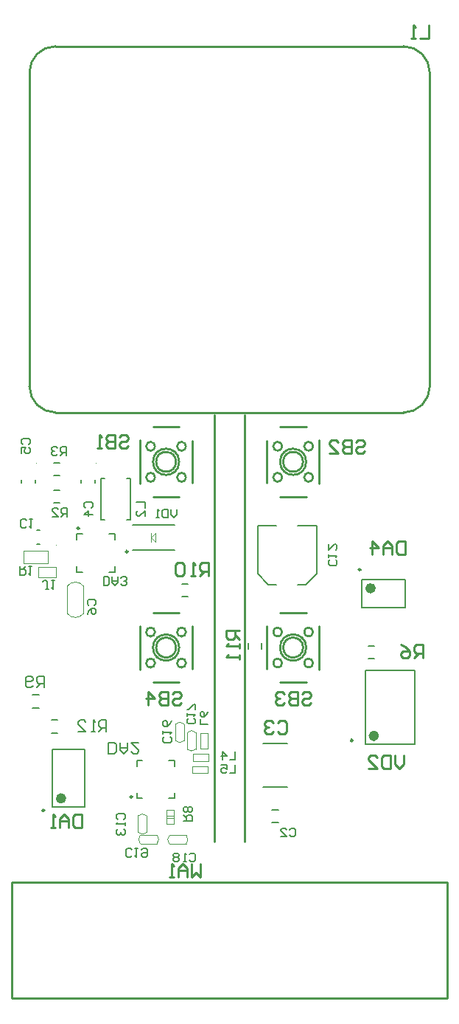
<source format=gbo>
G04*
G04 #@! TF.GenerationSoftware,Altium Limited,Altium Designer,23.1.1 (15)*
G04*
G04 Layer_Color=32896*
%FSLAX44Y44*%
%MOMM*%
G71*
G04*
G04 #@! TF.SameCoordinates,4FD7E483-A0BE-4EFF-918D-63B1A9DD4886*
G04*
G04*
G04 #@! TF.FilePolarity,Positive*
G04*
G01*
G75*
%ADD10C,0.1000*%
%ADD11C,0.0600*%
%ADD12C,0.2500*%
%ADD13C,0.2000*%
%ADD14C,0.0400*%
%ADD15C,0.2560*%
%ADD17C,0.2540*%
%ADD18C,0.1500*%
%ADD114C,0.6000*%
%ADD115C,0.0300*%
D10*
X51250Y519750D02*
G03*
X51250Y519750I-500J0D01*
G01*
X97250Y614000D02*
G03*
X97250Y614000I-500J0D01*
G01*
X28250Y614000D02*
G03*
X28250Y614000I-500J0D01*
G01*
D11*
X144750Y190500D02*
G03*
X154750Y190500I5000J4700D01*
G01*
X154750Y209500D02*
G03*
X144750Y209500I-5000J-4700D01*
G01*
X187750Y295750D02*
G03*
X197750Y295750I5000J4700D01*
G01*
X197750Y314750D02*
G03*
X187750Y314750I-5000J-4700D01*
G01*
X211250Y305000D02*
G03*
X201250Y305000I-5000J-4700D01*
G01*
X201250Y286000D02*
G03*
X211250Y286000I5000J4700D01*
G01*
X200000Y177250D02*
G03*
X200000Y187250I-4700J5000D01*
G01*
X181000Y187250D02*
G03*
X181000Y177250I4700J-5000D01*
G01*
X166500Y177500D02*
G03*
X166500Y187500I-4700J5000D01*
G01*
X147500Y187500D02*
G03*
X147500Y177500I4700J-5000D01*
G01*
X63250Y441750D02*
G03*
X82250Y441750I9500J7000D01*
G01*
Y472750D02*
G03*
X63250Y472750I-9500J-7000D01*
G01*
X154750Y190500D02*
Y209500D01*
X144750Y190500D02*
Y209500D01*
X197750Y295750D02*
Y314750D01*
X187750D02*
X187750Y295750D01*
X201250Y286000D02*
Y305000D01*
X211250Y305000D02*
X211250Y286000D01*
X181000Y187250D02*
X200000D01*
X181000Y177250D02*
X200000D01*
X147500Y187500D02*
X166500D01*
X147500Y177500D02*
X166500D01*
X63250Y441750D02*
Y472750D01*
X82250Y441750D02*
X82250Y472750D01*
D12*
X391500Y296000D02*
G03*
X391500Y296000I-1250J0D01*
G01*
X138250Y231250D02*
G03*
X138250Y231250I-1250J0D01*
G01*
X37250Y215750D02*
G03*
X37250Y215750I-1250J0D01*
G01*
X77250Y539250D02*
G03*
X77250Y539250I-1250J0D01*
G01*
X133250Y512500D02*
G03*
X133250Y512500I-1250J0D01*
G01*
X400700Y491750D02*
G03*
X400700Y491750I-1250J0D01*
G01*
D13*
X405750Y376250D02*
X462750D01*
X405750Y291250D02*
X462750D01*
Y376250D01*
X405750Y291250D02*
Y376250D01*
X45500Y304500D02*
X52500D01*
X45500Y319500D02*
X52500D01*
X195250Y475750D02*
X202250D01*
X195250Y460750D02*
X202250D01*
X28250Y521000D02*
X31750Y521000D01*
X28250Y537000D02*
X31750D01*
X143500Y229750D02*
Y236000D01*
Y229750D02*
X149750D01*
X180250Y229750D02*
X186500Y229750D01*
X186500Y236000D01*
X186500Y266500D02*
Y272750D01*
X180250Y272750D02*
X186500Y272750D01*
X143500Y266500D02*
Y272750D01*
X149750D01*
X46250Y219500D02*
Y285500D01*
X83250Y219500D02*
Y285500D01*
X46250Y219500D02*
X83250D01*
X46250Y285500D02*
X83250D01*
X74500Y532750D02*
X81250Y532750D01*
X74500Y526000D02*
Y532750D01*
Y488750D02*
Y495500D01*
Y488750D02*
X81250D01*
X111750D02*
X118500D01*
Y495500D01*
X111750Y532750D02*
X118500D01*
Y526000D02*
Y532750D01*
X95500Y591500D02*
Y595000D01*
X79500D02*
X79500Y591500D01*
X102250Y596750D02*
X106750D01*
X102250Y548750D02*
X106750D01*
X131750Y596750D02*
X136250D01*
X131750Y548750D02*
X136250D01*
X102250D02*
Y596750D01*
X136250Y548750D02*
Y596750D01*
X26500Y591500D02*
X26500Y595000D01*
X10500Y591500D02*
Y595000D01*
X48000Y614500D02*
X55000D01*
X48000Y599500D02*
X55000D01*
X47750Y583250D02*
X54750Y583250D01*
X47750Y568250D02*
X54750Y568250D01*
X138500Y514000D02*
X186500D01*
X138500Y543000D02*
X186500D01*
X282250Y486875D02*
Y542500D01*
X304000Y542500D01*
X328500D02*
X350250D01*
X350250Y486875D02*
X350250Y542500D01*
X294625Y474500D02*
X304000D01*
X282250Y486875D02*
X294625Y474500D01*
X337875D02*
X350250Y486875D01*
X328500Y474500D02*
X337875D01*
X409250Y389500D02*
X416250D01*
X409250Y404500D02*
X416250D01*
X452000Y448500D02*
Y480500D01*
X402000Y448500D02*
Y480500D01*
Y448500D02*
X452000D01*
X402000Y480500D02*
X452000D01*
X288250Y242750D02*
X316250Y242750D01*
X288250Y292750D02*
X316250Y292750D01*
X298250Y201500D02*
X306250D01*
X298250Y216500D02*
X306250D01*
X23750Y348500D02*
X30750D01*
X23750Y333500D02*
X30750D01*
X271750Y400500D02*
Y407500D01*
X286750Y400500D02*
Y407500D01*
D14*
X207250Y258250D02*
X207250Y266500D01*
X225000Y258250D02*
Y266500D01*
X207250Y258250D02*
X225000D01*
X207250Y266500D02*
X225000D01*
X207750Y272500D02*
X225500D01*
X207750Y280750D02*
X225500D01*
X207750Y272500D02*
Y280750D01*
X225500Y272500D02*
Y280750D01*
X225000Y304000D02*
X225000Y286250D01*
X216750D02*
Y304000D01*
Y286250D02*
X225000D01*
X216750Y304000D02*
X225000D01*
X30250Y483250D02*
X50750D01*
Y495250D01*
X30250Y495250D02*
X50750Y495250D01*
X30250Y483250D02*
Y495250D01*
X159500Y528500D02*
X164500Y533500D01*
Y523500D02*
Y533500D01*
X159500Y528500D02*
X164500Y523500D01*
X159500Y523250D02*
Y533750D01*
X41500Y499250D02*
Y513250D01*
X13500Y499250D02*
X41500D01*
X13500D02*
X13500Y513250D01*
X41500Y513250D01*
D15*
X267500Y179500D02*
Y669500D01*
X232500Y179500D02*
Y669500D01*
D17*
X199860Y633290D02*
G03*
X199860Y633290I-5080J0D01*
G01*
X164300Y597710D02*
G03*
X164300Y597710I-5080J0D01*
G01*
Y633290D02*
G03*
X164300Y633290I-5080J0D01*
G01*
X199860Y597710D02*
G03*
X199860Y597710I-5080J0D01*
G01*
X192010Y615500D02*
G03*
X192010Y615500I-15010J0D01*
G01*
X188430D02*
G03*
X188430Y615500I-11430J0D01*
G01*
X334430D02*
G03*
X334430Y615500I-11430J0D01*
G01*
X338010D02*
G03*
X338010Y615500I-15010J0D01*
G01*
X310300Y633290D02*
G03*
X310300Y633290I-5080J0D01*
G01*
X345860Y597710D02*
G03*
X345860Y597710I-5080J0D01*
G01*
Y633290D02*
G03*
X345860Y633290I-5080J0D01*
G01*
X310300Y597710D02*
G03*
X310300Y597710I-5080J0D01*
G01*
Y384710D02*
G03*
X310300Y384710I-5080J0D01*
G01*
X345860Y420290D02*
G03*
X345860Y420290I-5080J0D01*
G01*
Y384710D02*
G03*
X345860Y384710I-5080J0D01*
G01*
X310300Y420290D02*
G03*
X310300Y420290I-5080J0D01*
G01*
X338010Y402500D02*
G03*
X338010Y402500I-15010J0D01*
G01*
X334430D02*
G03*
X334430Y402500I-11430J0D01*
G01*
X199860Y420290D02*
G03*
X199860Y420290I-5080J0D01*
G01*
X164300Y384710D02*
G03*
X164300Y384710I-5080J0D01*
G01*
Y420290D02*
G03*
X164300Y420290I-5080J0D01*
G01*
X199860Y384710D02*
G03*
X199860Y384710I-5080J0D01*
G01*
X192010Y402500D02*
G03*
X192010Y402500I-15010J0D01*
G01*
X188430D02*
G03*
X188430Y402500I-11430J0D01*
G01*
X450000Y672000D02*
G03*
X480000Y702000I0J30000D01*
G01*
Y1062000D02*
G03*
X450000Y1092000I-30000J0D01*
G01*
X20000Y702000D02*
G03*
X50000Y672000I30000J0D01*
G01*
Y1092000D02*
G03*
X20000Y1062000I0J-30000D01*
G01*
X0Y0D02*
X500000D01*
X0Y133500D02*
X500000D01*
Y0D02*
Y133500D01*
X0Y0D02*
Y133500D01*
X162000Y575500D02*
X192000D01*
X162000Y655500D02*
X192000D01*
X207480Y591010D02*
Y640010D01*
X147000Y590500D02*
X147000Y640500D01*
X353000Y590500D02*
Y640500D01*
X292520Y590990D02*
X292520Y639990D01*
X308000Y575500D02*
X338000D01*
X308000Y655500D02*
X338000D01*
X308000Y442500D02*
X338000D01*
X308000Y362500D02*
X338000D01*
X292520Y377990D02*
X292520Y426990D01*
X353000Y377500D02*
Y427500D01*
X162000Y362500D02*
X192000D01*
X162000Y442500D02*
X192000D01*
X207480Y378010D02*
X207480Y427010D01*
X147000Y377500D02*
Y427500D01*
X480000Y702000D02*
Y1062000D01*
X20000Y702000D02*
Y1062000D01*
X50000Y1092000D02*
X450000D01*
X50000Y672000D02*
X450000D01*
X216662Y154173D02*
Y138938D01*
X211584Y144016D01*
X206505Y138938D01*
Y154173D01*
X201427Y138938D02*
Y149095D01*
X196349Y154173D01*
X191270Y149095D01*
Y138938D01*
Y146556D01*
X201427D01*
X186192Y138938D02*
X181113D01*
X183653D01*
Y154173D01*
X186192Y151634D01*
X395407Y637828D02*
X397946Y640368D01*
X403024D01*
X405563Y637828D01*
Y635289D01*
X403024Y632750D01*
X397946D01*
X395407Y630211D01*
Y627672D01*
X397946Y625132D01*
X403024D01*
X405563Y627672D01*
X390328Y640368D02*
Y625132D01*
X382711D01*
X380172Y627672D01*
Y630211D01*
X382711Y632750D01*
X390328D01*
X382711D01*
X380172Y635289D01*
Y637828D01*
X382711Y640368D01*
X390328D01*
X364937Y625132D02*
X375093D01*
X364937Y635289D01*
Y637828D01*
X367476Y640368D01*
X372554D01*
X375093Y637828D01*
X183907Y349078D02*
X186446Y351618D01*
X191524D01*
X194063Y349078D01*
Y346539D01*
X191524Y344000D01*
X186446D01*
X183907Y341461D01*
Y338922D01*
X186446Y336382D01*
X191524D01*
X194063Y338922D01*
X178828Y351618D02*
Y336382D01*
X171211D01*
X168672Y338922D01*
Y341461D01*
X171211Y344000D01*
X178828D01*
X171211D01*
X168672Y346539D01*
Y349078D01*
X171211Y351618D01*
X178828D01*
X155976Y336382D02*
Y351618D01*
X163593Y344000D01*
X153436D01*
X332907Y349078D02*
X335446Y351618D01*
X340524D01*
X343063Y349078D01*
Y346539D01*
X340524Y344000D01*
X335446D01*
X332907Y341461D01*
Y338922D01*
X335446Y336382D01*
X340524D01*
X343063Y338922D01*
X327828Y351618D02*
Y336382D01*
X320211D01*
X317672Y338922D01*
Y341461D01*
X320211Y344000D01*
X327828D01*
X320211D01*
X317672Y346539D01*
Y349078D01*
X320211Y351618D01*
X327828D01*
X312593Y349078D02*
X310054Y351618D01*
X304976D01*
X302437Y349078D01*
Y346539D01*
X304976Y344000D01*
X307515D01*
X304976D01*
X302437Y341461D01*
Y338922D01*
X304976Y336382D01*
X310054D01*
X312593Y338922D01*
X449813Y278617D02*
Y268461D01*
X444735Y263382D01*
X439657Y268461D01*
Y278617D01*
X434578D02*
Y263382D01*
X426961D01*
X424422Y265922D01*
Y276078D01*
X426961Y278617D01*
X434578D01*
X409187Y263382D02*
X419343D01*
X409187Y273539D01*
Y276078D01*
X411726Y278617D01*
X416804D01*
X419343Y276078D01*
X123617Y644078D02*
X126157Y646618D01*
X131235D01*
X133774Y644078D01*
Y641539D01*
X131235Y639000D01*
X126157D01*
X123617Y636461D01*
Y633922D01*
X126157Y631382D01*
X131235D01*
X133774Y633922D01*
X118539Y646618D02*
Y631382D01*
X110922D01*
X108382Y633922D01*
Y636461D01*
X110922Y639000D01*
X118539D01*
X110922D01*
X108382Y641539D01*
Y644078D01*
X110922Y646618D01*
X118539D01*
X103304Y631382D02*
X98226D01*
X100765D01*
Y646618D01*
X103304Y644078D01*
X261367Y422005D02*
X246132D01*
Y414387D01*
X248672Y411848D01*
X253750D01*
X256289Y414387D01*
Y422005D01*
Y416926D02*
X261367Y411848D01*
Y406770D02*
Y401691D01*
Y404230D01*
X246132D01*
X248672Y406770D01*
X261367Y394074D02*
Y388995D01*
Y391535D01*
X246132D01*
X248672Y394074D01*
X225544Y484383D02*
Y499618D01*
X217926D01*
X215387Y497078D01*
Y492000D01*
X217926Y489461D01*
X225544D01*
X220466D02*
X215387Y484383D01*
X210309D02*
X205230D01*
X207770D01*
Y499618D01*
X210309Y497078D01*
X197613D02*
X195074Y499618D01*
X189995D01*
X187456Y497078D01*
Y486922D01*
X189995Y484383D01*
X195074D01*
X197613Y486922D01*
Y497078D01*
X472446Y390633D02*
Y405868D01*
X464828D01*
X462289Y403328D01*
Y398250D01*
X464828Y395711D01*
X472446D01*
X467368D02*
X462289Y390633D01*
X447054Y405868D02*
X452132Y403328D01*
X457211Y398250D01*
Y393172D01*
X454672Y390633D01*
X449593D01*
X447054Y393172D01*
Y395711D01*
X449593Y398250D01*
X457211D01*
X478790Y1116071D02*
Y1100836D01*
X468633D01*
X463555D02*
X458477D01*
X461016D01*
Y1116071D01*
X463555Y1113532D01*
X452120Y524505D02*
Y509270D01*
X444502D01*
X441963Y511809D01*
Y521966D01*
X444502Y524505D01*
X452120D01*
X436885Y509270D02*
Y519427D01*
X431807Y524505D01*
X426728Y519427D01*
Y509270D01*
Y516888D01*
X436885D01*
X414032Y509270D02*
Y524505D01*
X421650Y516888D01*
X411493D01*
X79774Y211367D02*
Y196133D01*
X72157D01*
X69618Y198672D01*
Y208828D01*
X72157Y211367D01*
X79774D01*
X64539Y196133D02*
Y206289D01*
X59461Y211367D01*
X54382Y206289D01*
Y196133D01*
Y203750D01*
X64539D01*
X49304Y196133D02*
X44226D01*
X46765D01*
Y211367D01*
X49304Y208828D01*
X305539Y316578D02*
X308078Y319118D01*
X313157D01*
X315696Y316578D01*
Y306422D01*
X313157Y303883D01*
X308078D01*
X305539Y306422D01*
X300461Y316578D02*
X297922Y319118D01*
X292843D01*
X290304Y316578D01*
Y314039D01*
X292843Y311500D01*
X295382D01*
X292843D01*
X290304Y308961D01*
Y306422D01*
X292843Y303883D01*
X297922D01*
X300461Y306422D01*
D18*
X189163Y561248D02*
Y554584D01*
X185831Y551252D01*
X182498Y554584D01*
Y561248D01*
X179166D02*
Y551252D01*
X174168D01*
X172502Y552918D01*
Y559582D01*
X174168Y561248D01*
X179166D01*
X169169Y551252D02*
X165837D01*
X167503D01*
Y561248D01*
X169169Y559582D01*
X108495Y306252D02*
Y319248D01*
X101997D01*
X99831Y317082D01*
Y312750D01*
X101997Y310584D01*
X108495D01*
X104163D02*
X99831Y306252D01*
X95499D02*
X91167D01*
X93333D01*
Y319248D01*
X95499Y317082D01*
X76005Y306252D02*
X84669D01*
X76005Y314916D01*
Y317082D01*
X78171Y319248D01*
X82503D01*
X84669Y317082D01*
X37080Y356752D02*
Y369748D01*
X30582D01*
X28416Y367582D01*
Y363250D01*
X30582Y361084D01*
X37080D01*
X32748D02*
X28416Y356752D01*
X24084Y358918D02*
X21918Y356752D01*
X17586D01*
X15420Y358918D01*
Y367582D01*
X17586Y369748D01*
X21918D01*
X24084Y367582D01*
Y365416D01*
X21918Y363250D01*
X15420D01*
X197002Y203419D02*
X206998D01*
Y208418D01*
X205332Y210084D01*
X202000D01*
X200334Y208418D01*
Y203419D01*
Y206751D02*
X197002Y210084D01*
X205332Y213416D02*
X206998Y215082D01*
Y218414D01*
X205332Y220081D01*
X203666D01*
X202000Y218414D01*
X200334Y220081D01*
X198668D01*
X197002Y218414D01*
Y215082D01*
X198668Y213416D01*
X200334D01*
X202000Y215082D01*
X203666Y213416D01*
X205332D01*
X202000Y215082D02*
Y218414D01*
X62081Y622502D02*
Y632498D01*
X57082D01*
X55416Y630832D01*
Y627500D01*
X57082Y625834D01*
X62081D01*
X58748D02*
X55416Y622502D01*
X52084Y630832D02*
X50418Y632498D01*
X47085D01*
X45419Y630832D01*
Y629166D01*
X47085Y627500D01*
X48752D01*
X47085D01*
X45419Y625834D01*
Y624168D01*
X47085Y622502D01*
X50418D01*
X52084Y624168D01*
X63331Y552502D02*
Y562498D01*
X58332D01*
X56666Y560832D01*
Y557500D01*
X58332Y555834D01*
X63331D01*
X59998D02*
X56666Y552502D01*
X46669D02*
X53334D01*
X46669Y559166D01*
Y560832D01*
X48335Y562498D01*
X51668D01*
X53334Y560832D01*
X9086Y495748D02*
Y485752D01*
X14084D01*
X15750Y487418D01*
Y490750D01*
X14084Y492416D01*
X9086D01*
X12418D02*
X15750Y495748D01*
X19082D02*
X22415D01*
X20748D01*
Y485752D01*
X19082Y487418D01*
X225249Y314252D02*
X216252D01*
Y320250D01*
X225249Y329248D02*
X223749Y326249D01*
X220750Y323250D01*
X217751D01*
X216252Y324749D01*
Y327748D01*
X217751Y329248D01*
X219251D01*
X220750Y327748D01*
Y323250D01*
X256581Y268248D02*
Y258252D01*
X249916D01*
X239919Y268248D02*
X246584D01*
Y263250D01*
X243252Y264916D01*
X241586D01*
X239919Y263250D01*
Y259918D01*
X241586Y258252D01*
X244918D01*
X246584Y259918D01*
X256581Y283498D02*
Y273502D01*
X249916D01*
X241586D02*
Y283498D01*
X246584Y278500D01*
X239919D01*
X142752Y569581D02*
X152748D01*
Y562916D01*
Y552919D02*
Y559584D01*
X146084Y552919D01*
X144418D01*
X142752Y554585D01*
Y557918D01*
X144418Y559584D01*
X41750Y469252D02*
X38418D01*
X40084D01*
Y477582D01*
X38418Y479248D01*
X36752D01*
X35085Y477582D01*
X45082Y479248D02*
X48415D01*
X46748D01*
Y469252D01*
X45082Y470918D01*
X105171Y473502D02*
Y483498D01*
X110169D01*
X111835Y481832D01*
Y475168D01*
X110169Y473502D01*
X105171D01*
X115168Y483498D02*
Y476834D01*
X118500Y473502D01*
X121832Y476834D01*
Y483498D01*
Y478500D01*
X115168D01*
X125164Y475168D02*
X126831Y473502D01*
X130163D01*
X131829Y475168D01*
Y476834D01*
X130163Y478500D01*
X128497D01*
X130163D01*
X131829Y480166D01*
Y481832D01*
X130163Y483498D01*
X126831D01*
X125164Y481832D01*
X110922Y280752D02*
Y293748D01*
X117420D01*
X119586Y291582D01*
Y282918D01*
X117420Y280752D01*
X110922D01*
X123918Y293748D02*
Y285084D01*
X128250Y280752D01*
X132582Y285084D01*
Y293748D01*
Y287250D01*
X123918D01*
X145578Y293748D02*
X136914D01*
X145578Y285084D01*
Y282918D01*
X143412Y280752D01*
X139080D01*
X136914Y282918D01*
X137418Y164168D02*
X135752Y162502D01*
X132420D01*
X130754Y164168D01*
Y170832D01*
X132420Y172498D01*
X135752D01*
X137418Y170832D01*
X140751Y172498D02*
X144083D01*
X142417D01*
Y162502D01*
X140751Y164168D01*
X149081Y170832D02*
X150748Y172498D01*
X154080D01*
X155746Y170832D01*
Y164168D01*
X154080Y162502D01*
X150748D01*
X149081Y164168D01*
Y165834D01*
X150748Y167500D01*
X155746D01*
X203582Y165082D02*
X205248Y166748D01*
X208580D01*
X210246Y165082D01*
Y158418D01*
X208580Y156752D01*
X205248D01*
X203582Y158418D01*
X200249Y156752D02*
X196917D01*
X198583D01*
Y166748D01*
X200249Y165082D01*
X191919D02*
X190252Y166748D01*
X186920D01*
X185254Y165082D01*
Y163416D01*
X186920Y161750D01*
X185254Y160084D01*
Y158418D01*
X186920Y156752D01*
X190252D01*
X191919Y158418D01*
Y160084D01*
X190252Y161750D01*
X191919Y163416D01*
Y165082D01*
X190252Y161750D02*
X186920D01*
X208749Y321002D02*
X210249Y319502D01*
Y316503D01*
X208749Y315004D01*
X202751D01*
X201252Y316503D01*
Y319502D01*
X202751Y321002D01*
X201252Y324001D02*
Y327000D01*
Y325500D01*
X210249D01*
X208749Y324001D01*
X210249Y331498D02*
Y337496D01*
X208749D01*
X202751Y331498D01*
X201252D01*
X181582Y300419D02*
X183248Y298752D01*
Y295420D01*
X181582Y293754D01*
X174918D01*
X173252Y295420D01*
Y298752D01*
X174918Y300419D01*
X173252Y303751D02*
Y307083D01*
Y305417D01*
X183248D01*
X181582Y303751D01*
X183248Y318746D02*
X181582Y315414D01*
X178250Y312082D01*
X174918D01*
X173252Y313748D01*
Y317080D01*
X174918Y318746D01*
X176584D01*
X178250Y317080D01*
Y312082D01*
X121418Y205581D02*
X119752Y207248D01*
Y210580D01*
X121418Y212246D01*
X128082D01*
X129748Y210580D01*
Y207248D01*
X128082Y205581D01*
X129748Y202249D02*
Y198917D01*
Y200583D01*
X119752D01*
X121418Y202249D01*
Y193918D02*
X119752Y192252D01*
Y188920D01*
X121418Y187254D01*
X123084D01*
X124750Y188920D01*
Y190586D01*
Y188920D01*
X126416Y187254D01*
X128082D01*
X129748Y188920D01*
Y192252D01*
X128082Y193918D01*
X371832Y502919D02*
X373498Y501252D01*
Y497920D01*
X371832Y496254D01*
X365168D01*
X363502Y497920D01*
Y501252D01*
X365168Y502919D01*
X363502Y506251D02*
Y509583D01*
Y507917D01*
X373498D01*
X371832Y506251D01*
X363502Y521246D02*
Y514581D01*
X370166Y521246D01*
X371832D01*
X373498Y519580D01*
Y516248D01*
X371832Y514581D01*
X88168Y450916D02*
X86502Y452582D01*
Y455914D01*
X88168Y457581D01*
X94832D01*
X96498Y455914D01*
Y452582D01*
X94832Y450916D01*
X86502Y440919D02*
X88168Y444252D01*
X91500Y447584D01*
X94832D01*
X96498Y445918D01*
Y442585D01*
X94832Y440919D01*
X93166D01*
X91500Y442585D01*
Y447584D01*
X12168Y635166D02*
X10502Y636832D01*
Y640164D01*
X12168Y641831D01*
X18832D01*
X20498Y640164D01*
Y636832D01*
X18832Y635166D01*
X10502Y625169D02*
Y631834D01*
X15500D01*
X13834Y628502D01*
Y626836D01*
X15500Y625169D01*
X18832D01*
X20498Y626836D01*
Y630168D01*
X18832Y631834D01*
X84668Y562916D02*
X83002Y564582D01*
Y567915D01*
X84668Y569581D01*
X91332D01*
X92998Y567915D01*
Y564582D01*
X91332Y562916D01*
X92998Y554585D02*
X83002D01*
X88000Y559584D01*
Y552919D01*
X318916Y193832D02*
X320582Y195498D01*
X323914D01*
X325581Y193832D01*
Y187168D01*
X323914Y185502D01*
X320582D01*
X318916Y187168D01*
X308919Y185502D02*
X315584D01*
X308919Y192166D01*
Y193832D01*
X310585Y195498D01*
X313918D01*
X315584Y193832D01*
X16500Y541168D02*
X14834Y539502D01*
X11502D01*
X9836Y541168D01*
Y547832D01*
X11502Y549498D01*
X14834D01*
X16500Y547832D01*
X19832Y549498D02*
X23165D01*
X21498D01*
Y539502D01*
X19832Y541168D01*
D114*
X418750Y301250D02*
G03*
X418750Y301250I-3000J0D01*
G01*
X59250Y229500D02*
G03*
X59250Y229500I-3000J0D01*
G01*
X415000Y470500D02*
G03*
X415000Y470500I-3000J0D01*
G01*
D115*
X185877Y200250D02*
Y216377D01*
X177250Y200250D02*
Y216377D01*
Y200250D02*
X185877D01*
X177250Y216377D02*
X185877D01*
X177250Y207243D02*
X185750D01*
X177250Y209250D02*
X185750D01*
M02*

</source>
